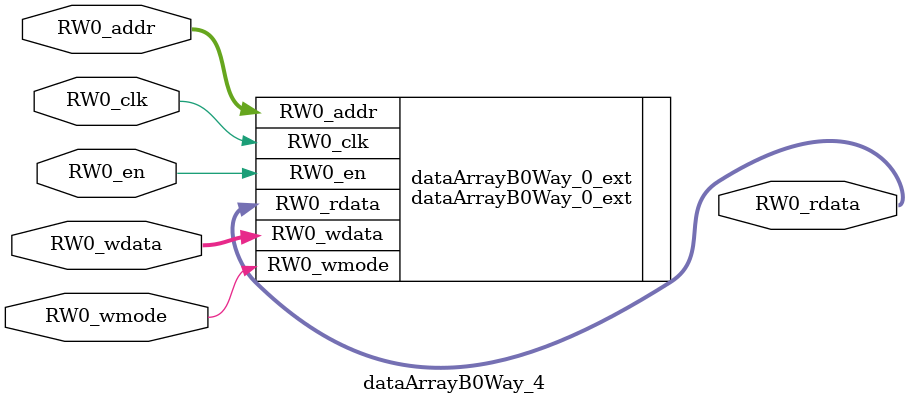
<source format=sv>
`ifndef RANDOMIZE
  `ifdef RANDOMIZE_MEM_INIT
    `define RANDOMIZE
  `endif // RANDOMIZE_MEM_INIT
`endif // not def RANDOMIZE
`ifndef RANDOMIZE
  `ifdef RANDOMIZE_REG_INIT
    `define RANDOMIZE
  `endif // RANDOMIZE_REG_INIT
`endif // not def RANDOMIZE

`ifndef RANDOM
  `define RANDOM $random
`endif // not def RANDOM

// Users can define INIT_RANDOM as general code that gets injected into the
// initializer block for modules with registers.
`ifndef INIT_RANDOM
  `define INIT_RANDOM
`endif // not def INIT_RANDOM

// If using random initialization, you can also define RANDOMIZE_DELAY to
// customize the delay used, otherwise 0.002 is used.
`ifndef RANDOMIZE_DELAY
  `define RANDOMIZE_DELAY 0.002
`endif // not def RANDOMIZE_DELAY

// Define INIT_RANDOM_PROLOG_ for use in our modules below.
`ifndef INIT_RANDOM_PROLOG_
  `ifdef RANDOMIZE
    `ifdef VERILATOR
      `define INIT_RANDOM_PROLOG_ `INIT_RANDOM
    `else  // VERILATOR
      `define INIT_RANDOM_PROLOG_ `INIT_RANDOM #`RANDOMIZE_DELAY begin end
    `endif // VERILATOR
  `else  // RANDOMIZE
    `define INIT_RANDOM_PROLOG_
  `endif // RANDOMIZE
`endif // not def INIT_RANDOM_PROLOG_

// Include register initializers in init blocks unless synthesis is set
`ifndef SYNTHESIS
  `ifndef ENABLE_INITIAL_REG_
    `define ENABLE_INITIAL_REG_
  `endif // not def ENABLE_INITIAL_REG_
`endif // not def SYNTHESIS

// Include rmemory initializers in init blocks unless synthesis is set
`ifndef SYNTHESIS
  `ifndef ENABLE_INITIAL_MEM_
    `define ENABLE_INITIAL_MEM_
  `endif // not def ENABLE_INITIAL_MEM_
`endif // not def SYNTHESIS

// Standard header to adapt well known macros for prints and assertions.

// Users can define 'PRINTF_COND' to add an extra gate to prints.
`ifndef PRINTF_COND_
  `ifdef PRINTF_COND
    `define PRINTF_COND_ (`PRINTF_COND)
  `else  // PRINTF_COND
    `define PRINTF_COND_ 1
  `endif // PRINTF_COND
`endif // not def PRINTF_COND_

// Users can define 'ASSERT_VERBOSE_COND' to add an extra gate to assert error printing.
`ifndef ASSERT_VERBOSE_COND_
  `ifdef ASSERT_VERBOSE_COND
    `define ASSERT_VERBOSE_COND_ (`ASSERT_VERBOSE_COND)
  `else  // ASSERT_VERBOSE_COND
    `define ASSERT_VERBOSE_COND_ 1
  `endif // ASSERT_VERBOSE_COND
`endif // not def ASSERT_VERBOSE_COND_

// Users can define 'STOP_COND' to add an extra gate to stop conditions.
`ifndef STOP_COND_
  `ifdef STOP_COND
    `define STOP_COND_ (`STOP_COND)
  `else  // STOP_COND
    `define STOP_COND_ 1
  `endif // STOP_COND
`endif // not def STOP_COND_

module dataArrayB0Way_4(	// @[generators/rocket-chip/src/main/scala/util/DescribedSRAM.scala:17:26]
  input  [7:0]  RW0_addr,
  input         RW0_en,
                RW0_clk,
                RW0_wmode,
  input  [63:0] RW0_wdata,
  output [63:0] RW0_rdata
);

  dataArrayB0Way_0_ext dataArrayB0Way_0_ext (	// @[generators/rocket-chip/src/main/scala/util/DescribedSRAM.scala:17:26]
    .RW0_addr  (RW0_addr),
    .RW0_en    (RW0_en),
    .RW0_clk   (RW0_clk),
    .RW0_wmode (RW0_wmode),
    .RW0_wdata (RW0_wdata),
    .RW0_rdata (RW0_rdata)
  );
endmodule


</source>
